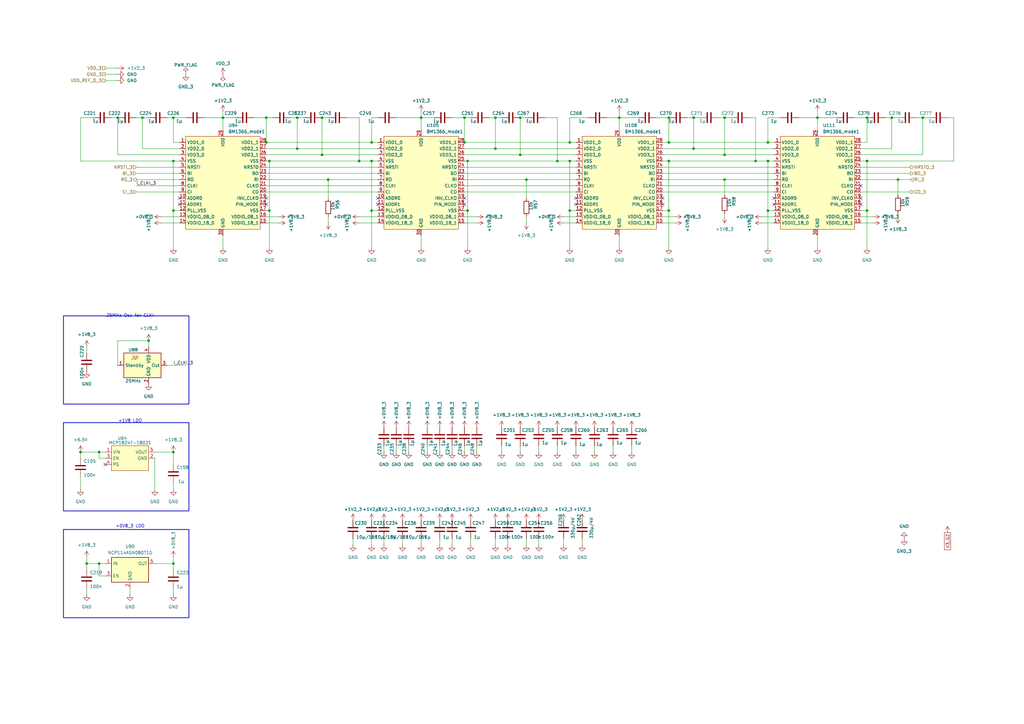
<source format=kicad_sch>
(kicad_sch (version 20231120) (generator "eeschema") (generator_version "8.0")
  (paper "A3")
  (junction (at 71.12 48.26))
  (junction (at 110.49 86.36))
  (junction (at 368.3 73.66))
  (junction (at 203.2 48.26))
  (junction (at 314.96 66.04))
  (junction (at 213.36 63.5))
  (junction (at 35.56 231.14) (diameter 0.9144))
  (junction (at 314.96 86.36))
  (junction (at 297.18 73.66))
  (junction (at 191.77 66.04))
  (junction (at 71.12 86.36))
  (junction (at 203.2 60.96))
  (junction (at 274.32 48.26))
  (junction (at 274.32 66.04))
  (junction (at 71.12 231.14) (diameter 0.9144))
  (junction (at 355.6 66.04))
  (junction (at 274.32 58.42))
  (junction (at 71.12 185.42))
  (junction (at 213.36 48.26))
  (junction (at 152.4 86.36))
  (junction (at 71.12 66.04))
  (junction (at 58.42 48.26))
  (junction (at 132.08 48.26))
  (junction (at 48.26 48.26))
  (junction (at 191.77 86.36))
  (junction (at 190.5 48.26))
  (junction (at 134.62 73.66))
  (junction (at 121.92 48.26))
  (junction (at 284.48 60.96))
  (junction (at 109.22 58.42))
  (junction (at 215.9 73.66))
  (junction (at 40.64 231.14))
  (junction (at 254 48.26))
  (junction (at 132.08 63.5))
  (junction (at 233.68 58.42))
  (junction (at 335.28 48.26))
  (junction (at 121.92 60.96))
  (junction (at 40.64 185.42))
  (junction (at 91.44 48.26))
  (junction (at 355.6 48.26))
  (junction (at 147.32 66.04))
  (junction (at 33.02 185.42) (diameter 0.9144))
  (junction (at 172.72 48.26))
  (junction (at 190.5 58.42))
  (junction (at 233.68 66.04))
  (junction (at 365.76 48.26))
  (junction (at 152.4 58.42))
  (junction (at 378.46 48.26))
  (junction (at 309.88 66.04))
  (junction (at 297.18 48.26))
  (junction (at 274.32 86.36))
  (junction (at 355.6 86.36))
  (junction (at 60.96 139.7))
  (junction (at 228.6 66.04))
  (junction (at 284.48 48.26))
  (junction (at 233.68 86.36))
  (junction (at 152.4 66.04))
  (junction (at 314.96 58.42))
  (junction (at 297.18 63.5))
  (junction (at 109.22 48.26))
  (junction (at 110.49 66.04))
  (no_connect (at 353.06 83.82))
  (no_connect (at 43.18 190.5))
  (no_connect (at 73.66 83.82))
  (no_connect (at 353.06 76.2))
  (no_connect (at 236.22 81.28))
  (no_connect (at 353.06 81.28))
  (no_connect (at 154.94 81.28))
  (no_connect (at 317.5 81.28))
  (no_connect (at 109.22 81.28))
  (no_connect (at 317.5 83.82))
  (no_connect (at 271.78 83.82))
  (no_connect (at 109.22 83.82))
  (no_connect (at 190.5 83.82))
  (no_connect (at 271.78 81.28))
  (no_connect (at 236.22 83.82))
  (no_connect (at 190.5 81.28))
  (no_connect (at 154.94 83.82))
  (no_connect (at 73.66 81.28))
  (wire (pts (xy 215.9 73.66) (xy 215.9 81.28)))
  (wire (pts (xy 185.42 48.26) (xy 190.5 48.26)))
  (wire (pts (xy 43.18 236.22) (xy 40.64 236.22)))
  (wire (pts (xy 58.42 60.96) (xy 73.66 60.96)))
  (wire (pts (xy 251.46 182.88) (xy 251.46 185.42)))
  (wire (pts (xy 281.94 48.26) (xy 284.48 48.26)))
  (wire (pts (xy 180.34 182.88) (xy 180.34 185.42)))
  (wire (pts (xy 314.96 48.26) (xy 320.04 48.26)))
  (wire (pts (xy 71.12 66.04) (xy 71.12 86.36)))
  (wire (pts (xy 55.88 78.74) (xy 73.66 78.74)))
  (wire (pts (xy 297.18 73.66) (xy 317.5 73.66)))
  (wire (pts (xy 297.18 73.66) (xy 297.18 80.01)))
  (wire (pts (xy 284.48 60.96) (xy 284.48 48.26)))
  (wire (pts (xy 228.6 66.04) (xy 233.68 66.04)))
  (wire (pts (xy 335.28 48.26) (xy 335.28 53.34)))
  (wire (pts (xy 195.58 182.88) (xy 195.58 185.42)))
  (wire (pts (xy 355.6 66.04) (xy 355.6 86.36)))
  (wire (pts (xy 33.02 66.04) (xy 33.02 48.26)))
  (wire (pts (xy 40.64 187.96) (xy 43.18 187.96)))
  (wire (pts (xy 165.1 220.98) (xy 165.1 223.52)))
  (wire (pts (xy 365.76 60.96) (xy 365.76 48.26)))
  (wire (pts (xy 368.3 87.63) (xy 368.3 88.9)))
  (wire (pts (xy 236.22 66.04) (xy 233.68 66.04)))
  (wire (pts (xy 231.14 220.98) (xy 231.14 223.52)))
  (wire (pts (xy 269.24 48.26) (xy 274.32 48.26)))
  (wire (pts (xy 68.58 48.26) (xy 71.12 48.26)))
  (wire (pts (xy 190.5 68.58) (xy 236.22 68.58)))
  (wire (pts (xy 191.77 86.36) (xy 191.77 101.6)))
  (wire (pts (xy 312.42 88.9) (xy 317.5 88.9)))
  (wire (pts (xy 236.22 182.88) (xy 236.22 185.42)))
  (wire (pts (xy 353.06 86.36) (xy 355.6 86.36)))
  (wire (pts (xy 134.62 88.9) (xy 134.62 91.44)))
  (wire (pts (xy 175.26 182.88) (xy 175.26 185.42)))
  (wire (pts (xy 375.92 48.26) (xy 378.46 48.26)))
  (wire (pts (xy 185.42 220.98) (xy 185.42 223.52)))
  (wire (pts (xy 35.56 241.3) (xy 35.56 243.84)))
  (wire (pts (xy 109.22 91.44) (xy 114.3 91.44)))
  (wire (pts (xy 71.12 58.42) (xy 73.66 58.42)))
  (wire (pts (xy 109.22 86.36) (xy 110.49 86.36)))
  (wire (pts (xy 271.78 88.9) (xy 276.86 88.9)))
  (wire (pts (xy 335.28 48.26) (xy 342.9 48.26)))
  (wire (pts (xy 55.88 76.2) (xy 73.66 76.2)))
  (wire (pts (xy 162.56 182.88) (xy 162.56 185.42)))
  (wire (pts (xy 58.42 60.96) (xy 58.42 48.26)))
  (wire (pts (xy 60.96 139.7) (xy 60.96 142.24)))
  (wire (pts (xy 91.44 96.52) (xy 91.44 101.6)))
  (wire (pts (xy 297.18 63.5) (xy 297.18 48.26)))
  (wire (pts (xy 71.12 66.04) (xy 33.02 66.04)))
  (wire (pts (xy 48.26 63.5) (xy 73.66 63.5)))
  (wire (pts (xy 228.6 182.88) (xy 228.6 185.42)))
  (wire (pts (xy 297.18 87.63) (xy 297.18 88.9)))
  (wire (pts (xy 254 96.52) (xy 254 101.6)))
  (wire (pts (xy 109.22 63.5) (xy 132.08 63.5)))
  (wire (pts (xy 40.64 231.14) (xy 40.64 236.22)))
  (wire (pts (xy 147.32 88.9) (xy 154.94 88.9)))
  (wire (pts (xy 58.42 48.26) (xy 60.96 48.26)))
  (wire (pts (xy 190.5 182.88) (xy 190.5 185.42)))
  (wire (pts (xy 378.46 48.26) (xy 381 48.26)))
  (wire (pts (xy 274.32 66.04) (xy 309.88 66.04)))
  (wire (pts (xy 134.62 73.66) (xy 154.94 73.66)))
  (wire (pts (xy 132.08 63.5) (xy 154.94 63.5)))
  (wire (pts (xy 284.48 48.26) (xy 287.02 48.26)))
  (wire (pts (xy 208.28 220.98) (xy 208.28 223.52)))
  (wire (pts (xy 132.08 48.26) (xy 134.62 48.26)))
  (wire (pts (xy 271.78 76.2) (xy 317.5 76.2)))
  (wire (pts (xy 71.12 231.14) (xy 71.12 233.68)))
  (wire (pts (xy 353.06 78.74) (xy 373.38 78.74)))
  (wire (pts (xy 309.88 66.04) (xy 309.88 48.26)))
  (wire (pts (xy 297.18 63.5) (xy 317.5 63.5)))
  (wire (pts (xy 40.64 231.14) (xy 43.18 231.14)))
  (wire (pts (xy 71.12 48.26) (xy 76.2 48.26)))
  (wire (pts (xy 233.68 86.36) (xy 233.68 101.6)))
  (wire (pts (xy 147.32 91.44) (xy 154.94 91.44)))
  (wire (pts (xy 294.64 48.26) (xy 297.18 48.26)))
  (wire (pts (xy 309.88 48.26) (xy 307.34 48.26)))
  (wire (pts (xy 238.76 220.98) (xy 238.76 223.52)))
  (wire (pts (xy 271.78 58.42) (xy 274.32 58.42)))
  (wire (pts (xy 355.6 66.04) (xy 391.16 66.04)))
  (wire (pts (xy 152.4 220.98) (xy 152.4 223.52)))
  (wire (pts (xy 55.88 48.26) (xy 58.42 48.26)))
  (wire (pts (xy 109.22 78.74) (xy 154.94 78.74)))
  (wire (pts (xy 365.76 48.26) (xy 368.3 48.26)))
  (wire (pts (xy 220.98 182.88) (xy 220.98 185.42)))
  (wire (pts (xy 152.4 66.04) (xy 152.4 86.36)))
  (wire (pts (xy 327.66 48.26) (xy 335.28 48.26)))
  (wire (pts (xy 190.5 60.96) (xy 203.2 60.96)))
  (wire (pts (xy 53.34 241.3) (xy 53.34 243.84)))
  (wire (pts (xy 314.96 48.26) (xy 314.96 58.42)))
  (wire (pts (xy 353.06 66.04) (xy 355.6 66.04)))
  (wire (pts (xy 233.68 48.26) (xy 233.68 58.42)))
  (wire (pts (xy 215.9 220.98) (xy 215.9 223.52)))
  (wire (pts (xy 190.5 58.42) (xy 190.5 48.26)))
  (wire (pts (xy 172.72 48.26) (xy 172.72 53.34)))
  (wire (pts (xy 71.12 228.6) (xy 71.12 231.14)))
  (wire (pts (xy 203.2 220.98) (xy 203.2 223.52)))
  (wire (pts (xy 172.72 48.26) (xy 177.8 48.26)))
  (wire (pts (xy 83.82 48.26) (xy 91.44 48.26)))
  (wire (pts (xy 335.28 45.72) (xy 335.28 48.26)))
  (wire (pts (xy 109.22 66.04) (xy 110.49 66.04)))
  (wire (pts (xy 312.42 91.44) (xy 317.5 91.44)))
  (wire (pts (xy 71.12 198.12) (xy 71.12 200.66)))
  (wire (pts (xy 353.06 58.42) (xy 355.6 58.42)))
  (wire (pts (xy 104.14 48.26) (xy 109.22 48.26)))
  (wire (pts (xy 297.18 48.26) (xy 299.72 48.26)))
  (wire (pts (xy 271.78 86.36) (xy 274.32 86.36)))
  (wire (pts (xy 353.06 73.66) (xy 368.3 73.66)))
  (wire (pts (xy 190.5 71.12) (xy 236.22 71.12)))
  (wire (pts (xy 109.22 71.12) (xy 154.94 71.12)))
  (wire (pts (xy 55.88 73.66) (xy 73.66 73.66)))
  (wire (pts (xy 274.32 58.42) (xy 314.96 58.42)))
  (wire (pts (xy 213.36 63.5) (xy 236.22 63.5)))
  (wire (pts (xy 353.06 88.9) (xy 358.14 88.9)))
  (wire (pts (xy 172.72 45.72) (xy 172.72 48.26)))
  (wire (pts (xy 190.5 63.5) (xy 213.36 63.5)))
  (wire (pts (xy 35.56 231.14) (xy 35.56 233.68)))
  (wire (pts (xy 40.64 187.96) (xy 40.64 185.42)))
  (wire (pts (xy 152.4 58.42) (xy 154.94 58.42)))
  (wire (pts (xy 147.32 66.04) (xy 152.4 66.04)))
  (wire (pts (xy 350.52 48.26) (xy 355.6 48.26)))
  (wire (pts (xy 55.88 71.12) (xy 73.66 71.12)))
  (wire (pts (xy 274.32 86.36) (xy 274.32 101.6)))
  (wire (pts (xy 152.4 86.36) (xy 152.4 101.6)))
  (wire (pts (xy 162.56 48.26) (xy 172.72 48.26)))
  (wire (pts (xy 228.6 48.26) (xy 228.6 66.04)))
  (wire (pts (xy 63.5 187.96) (xy 63.5 200.66)))
  (wire (pts (xy 121.92 60.96) (xy 121.92 48.26)))
  (wire (pts (xy 314.96 66.04) (xy 314.96 86.36)))
  (wire (pts (xy 353.06 91.44) (xy 358.14 91.44)))
  (wire (pts (xy 274.32 66.04) (xy 274.32 86.36)))
  (wire (pts (xy 73.66 66.04) (xy 71.12 66.04)))
  (wire (pts (xy 167.64 182.88) (xy 167.64 185.42)))
  (wire (pts (xy 200.66 48.26) (xy 203.2 48.26)))
  (wire (pts (xy 109.22 73.66) (xy 134.62 73.66)))
  (wire (pts (xy 231.14 91.44) (xy 236.22 91.44)))
  (wire (pts (xy 109.22 58.42) (xy 152.4 58.42)))
  (wire (pts (xy 274.32 58.42) (xy 274.32 48.26)))
  (wire (pts (xy 91.44 48.26) (xy 96.52 48.26)))
  (wire (pts (xy 314.96 58.42) (xy 317.5 58.42)))
  (wire (pts (xy 190.5 78.74) (xy 236.22 78.74)))
  (wire (pts (xy 134.62 73.66) (xy 134.62 81.28)))
  (wire (pts (xy 190.5 48.26) (xy 193.04 48.26)))
  (wire (pts (xy 233.68 86.36) (xy 236.22 86.36)))
  (wire (pts (xy 71.12 86.36) (xy 71.12 101.6)))
  (wire (pts (xy 284.48 60.96) (xy 317.5 60.96)))
  (wire (pts (xy 191.77 66.04) (xy 191.77 86.36)))
  (wire (pts (xy 271.78 66.04) (xy 274.32 66.04)))
  (wire (pts (xy 231.14 88.9) (xy 236.22 88.9)))
  (wire (pts (xy 228.6 48.26) (xy 223.52 48.26)))
  (wire (pts (xy 144.78 220.98) (xy 144.78 223.52)))
  (wire (pts (xy 193.04 220.98) (xy 193.04 223.52)))
  (wire (pts (xy 40.64 185.42) (xy 43.18 185.42)))
  (wire (pts (xy 109.22 88.9) (xy 114.3 88.9)))
  (wire (pts (xy 172.72 220.98) (xy 172.72 223.52)))
  (wire (pts (xy 66.04 91.44) (xy 73.66 91.44)))
  (wire (pts (xy 71.12 185.42) (xy 71.12 190.5)))
  (wire (pts (xy 35.56 228.6) (xy 35.56 231.14)))
  (wire (pts (xy 43.18 27.94) (xy 48.26 27.94)))
  (wire (pts (xy 363.22 48.26) (xy 365.76 48.26)))
  (wire (pts (xy 215.9 88.9) (xy 215.9 91.44)))
  (wire (pts (xy 147.32 66.04) (xy 147.32 48.26)))
  (wire (pts (xy 314.96 86.36) (xy 314.96 101.6)))
  (wire (pts (xy 43.18 33.02) (xy 48.26 33.02)))
  (wire (pts (xy 271.78 68.58) (xy 317.5 68.58)))
  (wire (pts (xy 317.5 66.04) (xy 314.96 66.04)))
  (wire (pts (xy 309.88 66.04) (xy 314.96 66.04)))
  (wire (pts (xy 271.78 71.12) (xy 317.5 71.12)))
  (wire (pts (xy 68.58 149.86) (xy 76.2 149.86)))
  (wire (pts (xy 355.6 86.36) (xy 355.6 101.6)))
  (wire (pts (xy 109.22 76.2) (xy 154.94 76.2)))
  (wire (pts (xy 60.96 139.7) (xy 48.26 139.7)))
  (wire (pts (xy 33.02 48.26) (xy 38.1 48.26)))
  (wire (pts (xy 35.56 231.14) (xy 40.64 231.14)))
  (wire (pts (xy 132.08 63.5) (xy 132.08 48.26)))
  (wire (pts (xy 191.77 66.04) (xy 228.6 66.04)))
  (wire (pts (xy 91.44 45.72) (xy 91.44 48.26)))
  (wire (pts (xy 190.5 76.2) (xy 236.22 76.2)))
  (wire (pts (xy 71.12 86.36) (xy 73.66 86.36)))
  (wire (pts (xy 110.49 66.04) (xy 147.32 66.04)))
  (wire (pts (xy 391.16 66.04) (xy 391.16 48.26)))
  (wire (pts (xy 190.5 88.9) (xy 195.58 88.9)))
  (wire (pts (xy 254 45.72) (xy 254 48.26)))
  (wire (pts (xy 213.36 63.5) (xy 213.36 48.26)))
  (wire (pts (xy 48.26 63.5) (xy 48.26 48.26)))
  (wire (pts (xy 243.84 182.88) (xy 243.84 185.42)))
  (wire (pts (xy 71.12 241.3) (xy 71.12 243.84)))
  (wire (pts (xy 233.68 58.42) (xy 236.22 58.42)))
  (wire (pts (xy 271.78 91.44) (xy 276.86 91.44)))
  (wire (pts (xy 378.46 63.5) (xy 378.46 48.26)))
  (wire (pts (xy 215.9 73.66) (xy 236.22 73.66)))
  (wire (pts (xy 110.49 86.36) (xy 110.49 101.6)))
  (wire (pts (xy 43.18 30.48) (xy 48.26 30.48)))
  (wire (pts (xy 368.3 73.66) (xy 368.3 80.01)))
  (wire (pts (xy 271.78 60.96) (xy 284.48 60.96)))
  (wire (pts (xy 335.28 96.52) (xy 335.28 101.6)))
  (wire (pts (xy 213.36 48.26) (xy 215.9 48.26)))
  (wire (pts (xy 368.3 73.66) (xy 373.38 73.66)))
  (wire (pts (xy 203.2 60.96) (xy 203.2 48.26)))
  (wire (pts (xy 190.5 58.42) (xy 233.68 58.42)))
  (wire (pts (xy 66.04 88.9) (xy 73.66 88.9)))
  (wire (pts (xy 63.5 185.42) (xy 71.12 185.42)))
  (wire (pts (xy 71.12 48.26) (xy 71.12 58.42)))
  (wire (pts (xy 119.38 48.26) (xy 121.92 48.26)))
  (wire (pts (xy 190.5 91.44) (xy 195.58 91.44)))
  (wire (pts (xy 353.06 63.5) (xy 378.46 63.5)))
  (wire (pts (xy 172.72 96.52) (xy 172.72 101.6)))
  (wire (pts (xy 109.22 48.26) (xy 111.76 48.26)))
  (wire (pts (xy 203.2 60.96) (xy 236.22 60.96)))
  (wire (pts (xy 180.34 220.98) (xy 180.34 223.52)))
  (wire (pts (xy 203.2 48.26) (xy 205.74 48.26)))
  (wire (pts (xy 121.92 60.96) (xy 154.94 60.96)))
  (wire (pts (xy 152.4 86.36) (xy 154.94 86.36)))
  (wire (pts (xy 33.02 195.58) (xy 33.02 200.66)))
  (wire (pts (xy 233.68 48.26) (xy 241.3 48.26)))
  (wire (pts (xy 353.06 71.12) (xy 373.38 71.12)))
  (wire (pts (xy 45.72 48.26) (xy 48.26 48.26)))
  (wire (pts (xy 254 48.26) (xy 254 53.34)))
  (wire (pts (xy 259.08 182.88) (xy 259.08 185.42)))
  (wire (pts (xy 48.26 139.7) (xy 48.26 149.86)))
  (wire (pts (xy 314.96 86.36) (xy 317.5 86.36)))
  (wire (pts (xy 55.88 68.58) (xy 73.66 68.58)))
  (wire (pts (xy 147.32 48.26) (xy 142.24 48.26)))
  (wire (pts (xy 63.5 231.14) (xy 71.12 231.14)))
  (wire (pts (xy 33.02 185.42) (xy 33.02 187.96)))
  (wire (pts (xy 109.22 58.42) (xy 109.22 48.26)))
  (wire (pts (xy 248.92 48.26) (xy 254 48.26)))
  (wire (pts (xy 157.48 182.88) (xy 157.48 185.42)))
  (wire (pts (xy 91.44 48.26) (xy 91.44 53.34)))
  (wire (pts (xy 35.56 142.24) (xy 35.56 144.78)))
  (wire (pts (xy 353.06 60.96) (xy 365.76 60.96)))
  (wire (pts (xy 205.74 182.88) (xy 205.74 185.42)))
  (wire (pts (xy 190.5 86.36) (xy 191.77 86.36)))
  (wire (pts (xy 33.02 185.42) (xy 40.64 185.42)))
  (wire (pts (xy 271.78 63.5) (xy 297.18 63.5)))
  (wire (pts (xy 271.78 73.66) (xy 297.18 73.66)))
  (wire (pts (xy 109.22 60.96) (xy 121.92 60.96)))
  (wire (pts (xy 233.68 66.04) (xy 233.68 86.36)))
  (wire (pts (xy 185.42 182.88) (xy 185.42 185.42)))
  (wire (pts (xy 353.06 68.58) (xy 373.38 68.58)))
  (wire (pts (xy 110.49 66.04) (xy 110.49 86.36)))
  (wire (pts (xy 152.4 48.26) (xy 152.4 58.42)))
  (wire (pts (xy 154.94 48.26) (xy 152.4 48.26)))
  (wire (pts (xy 355.6 58.42) (xy 355.6 48.26)))
  (wire (pts (xy 213.36 182.88) (xy 213.36 185.42)))
  (wire (pts (xy 220.98 220.98) (xy 220.98 223.52)))
  (wire (pts (xy 109.22 68.58) (xy 154.94 68.58)))
  (wire (pts (xy 271.78 78.74) (xy 317.5 78.74)))
  (wire (pts (xy 121.92 48.26) (xy 124.46 48.26)))
  (wire (pts (xy 391.16 48.26) (xy 388.62 48.26)))
  (wire (pts (xy 190.5 66.04) (xy 191.77 66.04)))
  (wire (pts (xy 254 48.26) (xy 261.62 48.26)))
  (wire (pts (xy 157.48 220.98) (xy 157.48 223.52)))
  (wire (pts (xy 190.5 73.66) (xy 215.9 73.66)))
  (wire (pts (xy 154.94 66.04) (xy 152.4 66.04)))
  (rectangle (start 26.035 217.17) (end 77.47 253.365) (stroke (width 0.3)))
  (rectangle (start 26.035 129.54) (end 77.47 165.735) (stroke (width 0.3)))
  (rectangle (start 26.035 173.355) (end 77.47 209.55) (stroke (width 0.3)))
  (text "+0V8_3 LDO" (at 53.34 215.9 0) (effects (font (size 1.27 1.27))))
  (text "+1V8 LDO" (at 53.34 172.72 0) (effects (font (size 1.27 1.27))))
  (text "25MHz Osc for CLKI" (at 53.34 129.54 0) (effects (font (size 1.27 1.27))))
  (label "I_CLKI_3" (at 55.88 76.2 0))
  (label "I_CLKI_3" (at 71.12 149.86 0))
  (global_label "V3_G2" (shape passive) (at 388.62 218.44 270) (property "Intersheetrefs" "${INTERSHEET_REFS}" (effects (hide yes))))
  (hierarchical_label "VDD_REF_O_3" (shape passive) (at 43.18 33.02 180))
  (hierarchical_label "NRSTI_3" (shape input) (at 55.88 68.58 180))
  (hierarchical_label "VDD_3" (shape passive) (at 43.18 27.94 180))
  (hierarchical_label "BI_3" (shape input) (at 55.88 71.12 180))
  (hierarchical_label "BO_3" (shape output) (at 373.38 71.12 0))
  (hierarchical_label "CO_3" (shape output) (at 373.38 78.74 0))
  (hierarchical_label "RI_3" (shape input) (at 373.38 73.66 0))
  (hierarchical_label "GND_3" (shape passive) (at 43.18 30.48 180))
  (hierarchical_label "RO_3" (shape output) (at 55.88 73.66 180))
  (hierarchical_label "NRSTO_3" (shape output) (at 373.38 68.58 0))
  (hierarchical_label "CI_3" (shape input) (at 55.88 78.74 180))
  (symbol (lib_id "power:GND") (at 180.34 185.42 0) (mirror y) (unit 1)
    (property "Reference" "#PWR0538" (effects (hide yes)))
    (property "Value" "GND" (at 180.34 190.5 0))
    (property "Description" "Power symbol creates a global label with name \"GND\" , ground" (effects (hide yes)))
  )
  (symbol (lib_id "power:GND") (at 220.98 185.42 0) (mirror y) (unit 1)
    (property "Reference" "#PWR0567" (effects (hide yes)))
    (property "Value" "GND" (at 220.98 190.5 0))
    (property "Description" "Power symbol creates a global label with name \"GND\" , ground" (effects (hide yes)))
  )
  (symbol (lib_id "power:GND") (at 274.32 101.6 0) (mirror y) (unit 1)
    (property "Reference" "#PWR0595" (effects (hide yes)))
    (property "Value" "GND" (at 274.32 106.68 0))
    (property "Description" "Power symbol creates a global label with name \"GND\" , ground" (effects (hide yes)))
  )
  (symbol (lib_id "Device:C") (at 231.14 217.17 0) (unit 1)
    (property "Reference" "C259" (at 229.87 215.9 90) (effects (justify left)))
    (property "Value" "330µ/4V" (at 234.95 220.98 90) (effects (justify left)))
    (property "Footprint" "Capacitor_SMD:C_1210_3225Metric" (effects (hide yes)))
    (property "Distributor" "D" (effects (hide yes)))
    (property "Manufacturer" "GRM32ER60G337ME05K" (effects (hide yes)))
    (property "OrderNr" "490-GRM32ER60G337ME05KCT-ND" (effects (hide yes)))
  )
  (symbol (lib_id "power:GND") (at 165.1 223.52 0) (unit 1)
    (property "Reference" "#PWR0532" (effects (hide yes)))
    (property "Value" "GND" (at 165.1 228.6 0))
    (property "Description" "Power symbol creates a global label with name \"GND\" , ground" (effects (hide yes)))
  )
  (symbol (lib_id "Device:C") (at 208.28 217.17 0) (unit 1)
    (property "Reference" "C252" (at 208.915 215.265 0) (effects (justify left bottom)))
    (property "Value" "100n" (at 209.55 220.98 0) (effects (justify left bottom)))
    (property "Footprint" "Capacitor_SMD:C_0805_2012Metric" (effects (hide yes)))
  )
  (symbol (lib_id "power:GND") (at 162.56 185.42 0) (mirror y) (unit 1)
    (property "Reference" "#PWR0530" (effects (hide yes)))
    (property "Value" "GND" (at 162.56 190.5 0))
    (property "Description" "Power symbol creates a global label with name \"GND\" , ground" (effects (hide yes)))
  )
  (symbol (lib_id "power:GND") (at 48.26 30.48 90) (mirror x) (unit 1)
    (property "Reference" "#PWR0197" (effects (hide yes)))
    (property "Value" "GND" (at 52.07 30.4799 90) (effects (justify right)))
    (property "Description" "Power symbol creates a global label with name \"GND\" , ground" (effects (hide yes)))
  )
  (symbol (lib_id "Device:C") (at 219.71 48.26 90) (unit 1)
    (property "Reference" "C267" (at 217.17 45.72 90) (effects (justify left bottom)))
    (property "Value" "1µ" (at 218.44 48.895 90) (effects (justify left bottom)))
    (property "Footprint" "Capacitor_SMD:C_0805_2012Metric" (effects (hide yes)))
  )
  (symbol (lib_id "Device:C") (at 167.64 179.07 180) (unit 1)
    (property "Reference" "C238" (at 165.1 181.61 90) (effects (justify left bottom)))
    (property "Value" "1µ" (at 168.275 180.34 90) (effects (justify left bottom)))
    (property "Footprint" "Capacitor_SMD:C_0805_2012Metric" (effects (hide yes)))
  )
  (symbol (lib_id "Device:C") (at 180.34 217.17 0) (unit 1)
    (property "Reference" "C242" (at 180.975 215.265 0) (effects (justify left bottom)))
    (property "Value" "1µ" (at 181.61 220.98 0) (effects (justify left bottom)))
    (property "Footprint" "Capacitor_SMD:C_0805_2012Metric" (effects (hide yes)))
  )
  (symbol (lib_id "power:GND") (at 251.46 185.42 0) (mirror y) (unit 1)
    (property "Reference" "#PWR0583" (effects (hide yes)))
    (property "Value" "GND" (at 251.46 190.5 0))
    (property "Description" "Power symbol creates a global label with name \"GND\" , ground" (effects (hide yes)))
  )
  (symbol (lib_id "Device:C") (at 52.07 48.26 90) (unit 1)
    (property "Reference" "C222" (at 49.53 45.72 90) (effects (justify left bottom)))
    (property "Value" "1µ" (at 50.8 48.895 90) (effects (justify left bottom)))
    (property "Footprint" "Capacitor_SMD:C_0805_2012Metric" (effects (hide yes)))
  )
  (symbol (lib_id "Device:C") (at 259.08 179.07 0) (unit 1)
    (property "Reference" "C266" (at 260.35 177.165 0) (effects (justify left bottom)))
    (property "Value" "1µ" (at 260.35 182.245 0) (effects (justify left bottom)))
    (property "Footprint" "Capacitor_SMD:C_0805_2012Metric" (effects (hide yes)))
  )
  (symbol (lib_id "Device:C") (at 41.91 48.26 90) (unit 1)
    (property "Reference" "C221" (at 39.37 45.72 90) (effects (justify left bottom)))
    (property "Value" "1µ" (at 40.64 48.895 90) (effects (justify left bottom)))
    (property "Footprint" "Capacitor_SMD:C_0805_2012Metric" (effects (hide yes)))
  )
  (symbol (lib_id "mylib7:+0V8_3") (at 157.48 175.26 0) (unit 1) (in_bom no) (on_board no)
    (property "Reference" "U96" (effects (hide yes)))
    (property "Value" "+0V8_3" (at 157.48 172.085 90) (effects (justify left)))
    (property "Distributor" "-" (effects (hide yes)))
  )
  (symbol (lib_id "mylib7:+1V2_3") (at 208.28 213.36 0) (unit 1)
    (property "Reference" "#PWR0558" (effects (hide yes)))
    (property "Value" "+1V2_3" (at 208.28 208.915 0))
  )
  (symbol (lib_id "mylib7:+0V8_3") (at 276.86 88.9 270) (unit 1) (in_bom no) (on_board no)
    (property "Reference" "U109" (effects (hide yes)))
    (property "Value" "+0V8_3" (at 280.035 88.9 90) (effects (justify left)))
    (property "Distributor" "-" (effects (hide yes)))
  )
  (symbol (lib_id "mylib7:+1V2_3") (at 215.9 213.36 0) (unit 1)
    (property "Reference" "#PWR0564" (effects (hide yes)))
    (property "Value" "+1V2_3" (at 215.9 208.915 0))
  )
  (symbol (lib_id "mylib7:+0V8_3") (at 180.34 175.26 0) (unit 1) (in_bom no) (on_board no)
    (property "Reference" "U100" (effects (hide yes)))
    (property "Value" "+0V8_3" (at 180.34 172.085 90) (effects (justify left)))
    (property "Distributor" "-" (effects (hide yes)))
  )
  (symbol (lib_id "power:GND") (at 195.58 185.42 0) (mirror y) (unit 1)
    (property "Reference" "#PWR0551" (effects (hide yes)))
    (property "Value" "GND" (at 195.58 190.5 0))
    (property "Description" "Power symbol creates a global label with name \"GND\" , ground" (effects (hide yes)))
  )
  (symbol (lib_id "mylib7:+0V8_3") (at 162.56 175.26 0) (unit 1) (in_bom no) (on_board no)
    (property "Reference" "U97" (effects (hide yes)))
    (property "Value" "+0V8_3" (at 162.56 172.085 90) (effects (justify left)))
    (property "Distributor" "-" (effects (hide yes)))
  )
  (symbol (lib_id "mylib7:BM1366_mode1") (at 335.28 76.2 0) (unit 1)
    (property "Reference" "U111" (at 337.4741 51.435 0) (effects (justify left)))
    (property "Value" "BM1366_mode1" (at 337.4741 53.975 0) (effects (justify left)))
    (property "Footprint" "bitvein:BM1366" (effects (hide yes)))
    (property "Distributor" "X" (effects (hide yes)))
  )
  (symbol (lib_id "Device:C") (at 144.78 217.17 0) (unit 1)
    (property "Reference" "C230" (at 145.415 215.265 0) (effects (justify left bottom)))
    (property "Value" "10µ/16V" (at 146.05 220.98 0) (effects (justify left bottom)))
    (property "Footprint" "Capacitor_SMD:C_0805_2012Metric" (effects (hide yes)))
  )
  (symbol (lib_id "power:GND") (at 203.2 223.52 0) (unit 1)
    (property "Reference" "#PWR0553" (effects (hide yes)))
    (property "Value" "GND" (at 203.2 228.6 0))
    (property "Description" "Power symbol creates a global label with name \"GND\" , ground" (effects (hide yes)))
  )
  (symbol (lib_id "power:GND") (at 60.96 157.48 0) (unit 1)
    (property "Reference" "#PWR0495" (effects (hide yes)))
    (property "Value" "GND" (at 60.96 162.56 0))
    (property "Description" "Power symbol creates a global label with name \"GND\" , ground" (effects (hide yes)))
  )
  (symbol (lib_id "mylib7:+1V2_3") (at 231.14 213.36 0) (unit 1)
    (property "Reference" "#PWR0572" (effects (hide yes)))
    (property "Value" "+1V2_3" (at 231.14 208.915 0))
  )
  (symbol (lib_id "mylib7:+1V2_3") (at 172.72 45.72 0) (unit 1)
    (property "Reference" "#PWR0560" (effects (hide yes)))
    (property "Value" "+1V2_3" (at 172.72 41.275 0))
  )
  (symbol (lib_id "Device:C") (at 71.12 194.31 0) (unit 1)
    (property "Reference" "C158" (at 72.39 192.405 0) (effects (justify left bottom)))
    (property "Value" "1µ" (at 73.025 198.12 0) (effects (justify left bottom)))
    (property "Footprint" "Capacitor_SMD:C_0805_2012Metric" (effects (hide yes)))
  )
  (symbol (lib_id "mylib7:+6.5V") (at 33.02 185.42 0) (unit 1)
    (property "Reference" "#PWR0272" (effects (hide yes)))
    (property "Value" "+6.5V" (at 33.02 180.34 0))
  )
  (symbol (lib_id "power:GND") (at 213.36 185.42 0) (mirror y) (unit 1)
    (property "Reference" "#PWR0563" (effects (hide yes)))
    (property "Value" "GND" (at 213.36 190.5 0))
    (property "Description" "Power symbol creates a global label with name \"GND\" , ground" (effects (hide yes)))
  )
  (symbol (lib_id "Device:C") (at 384.81 48.26 90) (unit 1)
    (property "Reference" "C277" (at 382.27 45.72 90) (effects (justify left bottom)))
    (property "Value" "1µ" (at 383.54 48.895 90) (effects (justify left bottom)))
    (property "Footprint" "Capacitor_SMD:C_0805_2012Metric" (effects (hide yes)))
  )
  (symbol (lib_id "Device:C") (at 228.6 179.07 0) (unit 1)
    (property "Reference" "C258" (at 229.87 177.165 0) (effects (justify left bottom)))
    (property "Value" "1µ" (at 229.87 182.245 0) (effects (justify left bottom)))
    (property "Footprint" "Capacitor_SMD:C_0805_2012Metric" (effects (hide yes)))
  )
  (symbol (lib_id "mylib7:+1V8_3") (at 213.36 175.26 0) (unit 1)
    (property "Reference" "#PWR0562" (effects (hide yes)))
    (property "Value" "+1V8_3" (at 213.36 170.18 0))
  )
  (symbol (lib_id "power:GND") (at 71.12 243.84 0) (mirror y) (unit 1)
    (property "Reference" "#PWR0507" (effects (hide yes)))
    (property "Value" "GND" (at 71.12 248.92 0))
    (property "Description" "Power symbol creates a global label with name \"GND\" , ground" (effects (hide yes)))
  )
  (symbol (lib_id "mylib7:+1V2_3") (at 91.44 45.72 0) (unit 1)
    (property "Reference" "#PWR0517" (effects (hide yes)))
    (property "Value" "+1V2_3" (at 91.44 41.275 0))
  )
  (symbol (lib_id "mylib7:+1V8_3") (at 228.6 175.26 0) (unit 1)
    (property "Reference" "#PWR0570" (effects (hide yes)))
    (property "Value" "+1V8_3" (at 228.6 170.18 0))
  )
  (symbol (lib_id "mylib7:NCP114-SN") (at 53.34 233.68 0) (unit 1)
    (property "Reference" "U90" (at 53.34 224.155 0))
    (property "Value" "NCP114ASN080T1G" (at 53.34 226.695 0))
    (property "Footprint" "Package_TO_SOT_SMD:SOT-23-5" (effects (hide yes)))
    (property "Distributor" "D" (effects (hide yes)))
    (property "Manufacturer" "NCP114ASN080T1G" (effects (hide yes)))
    (property "OrderNr" "488-NCP114ASN080T1GCT-ND" (effects (hide yes)))
  )
  (symbol (lib_id "Device:C") (at 152.4 217.17 0) (unit 1)
    (property "Reference" "C231" (at 153.035 215.265 0) (effects (justify left bottom)))
    (property "Value" "10µ/16V" (at 153.67 220.98 0) (effects (justify left bottom)))
    (property "Footprint" "Capacitor_SMD:C_0805_2012Metric" (effects (hide yes)))
  )
  (symbol (lib_id "power:GND") (at 180.34 223.52 0) (unit 1)
    (property "Reference" "#PWR0540" (effects (hide yes)))
    (property "Value" "GND" (at 180.34 228.6 0))
    (property "Description" "Power symbol creates a global label with name \"GND\" , ground" (effects (hide yes)))
  )
  (symbol (lib_id "mylib7:+1V2_3") (at 157.48 213.36 0) (unit 1)
    (property "Reference" "#PWR0528" (effects (hide yes)))
    (property "Value" "+1V2_3" (at 157.48 208.915 0))
  )
  (symbol (lib_id "mylib7:+1V8_3") (at 312.42 91.44 90) (unit 1)
    (property "Reference" "#PWR0599" (effects (hide yes)))
    (property "Value" "+1V8_3" (at 307.34 91.44 0))
  )
  (symbol (lib_id "power:GND") (at 172.72 223.52 0) (unit 1)
    (property "Reference" "#PWR0535" (effects (hide yes)))
    (property "Value" "GND" (at 172.72 228.6 0))
    (property "Description" "Power symbol creates a global label with name \"GND\" , ground" (effects (hide yes)))
  )
  (symbol (lib_id "power:GND") (at 236.22 185.42 0) (mirror y) (unit 1)
    (property "Reference" "#PWR0577" (effects (hide yes)))
    (property "Value" "GND" (at 236.22 190.5 0))
    (property "Description" "Power symbol creates a global label with name \"GND\" , ground" (effects (hide yes)))
  )
  (symbol (lib_id "mylib7:+1V8_3") (at 71.12 185.42 0) (unit 1)
    (property "Reference" "#PWR0386" (effects (hide yes)))
    (property "Value" "+1V8_3" (at 71.12 180.34 0))
  )
  (symbol (lib_id "power:GND") (at 314.96 101.6 0) (mirror y) (unit 1)
    (property "Reference" "#PWR0600" (effects (hide yes)))
    (property "Value" "GND" (at 314.96 106.68 0))
    (property "Description" "Power symbol creates a global label with name \"GND\" , ground" (effects (hide yes)))
  )
  (symbol (lib_id "Device:C") (at 243.84 179.07 0) (unit 1)
    (property "Reference" "C263" (at 244.475 177.165 0) (effects (justify left bottom)))
    (property "Value" "1µ" (at 244.475 182.88 0) (effects (justify left bottom)))
    (property "Footprint" "Capacitor_SMD:C_0805_2012Metric" (effects (hide yes)))
  )
  (symbol (lib_id "Device:C") (at 215.9 217.17 0) (unit 1)
    (property "Reference" "C254" (at 216.535 215.265 0) (effects (justify left bottom)))
    (property "Value" "100n" (at 217.17 220.98 0) (effects (justify left bottom)))
    (property "Footprint" "Capacitor_SMD:C_0805_2012Metric" (effects (hide yes)))
  )
  (symbol (lib_id "Device:C") (at 323.85 48.26 90) (unit 1)
    (property "Reference" "C273" (at 317.5 45.72 90) (effects (justify left bottom)))
    (property "Value" "1µ" (at 318.77 48.895 90) (effects (justify left bottom)))
    (property "Footprint" "Capacitor_SMD:C_0805_2012Metric" (effects (hide yes)))
  )
  (symbol (lib_id "power:GND") (at 243.84 185.42 0) (mirror y) (unit 1)
    (property "Reference" "#PWR0581" (effects (hide yes)))
    (property "Value" "GND" (at 243.84 190.5 0))
    (property "Description" "Power symbol creates a global label with name \"GND\" , ground" (effects (hide yes)))
  )
  (symbol (lib_id "mylib7:+0V8_3") (at 195.58 88.9 270) (unit 1) (in_bom no) (on_board no)
    (property "Reference" "U106" (effects (hide yes)))
    (property "Value" "+0V8_3" (at 198.755 88.9 90) (effects (justify left)))
    (property "Distributor" "-" (effects (hide yes)))
  )
  (symbol (lib_id "mylib7:+1V8_3") (at 358.14 91.44 270) (unit 1)
    (property "Reference" "#PWR0604" (effects (hide yes)))
    (property "Value" "+1V8_3" (at 363.22 91.44 0))
  )
  (symbol (lib_id "power:GND") (at 71.12 200.66 0) (unit 1)
    (property "Reference" "#PWR0273" (effects (hide yes)))
    (property "Value" "GND" (at 71.12 205.74 0))
    (property "Description" "Power symbol creates a global label with name \"GND\" , ground" (effects (hide yes)))
  )
  (symbol (lib_id "power:GND") (at 185.42 185.42 0) (mirror y) (unit 1)
    (property "Reference" "#PWR0541" (effects (hide yes)))
    (property "Value" "GND" (at 185.42 190.5 0))
    (property "Description" "Power symbol creates a global label with name \"GND\" , ground" (effects (hide yes)))
  )
  (symbol (lib_id "mylib7:+0V8_3") (at 312.42 88.9 90) (unit 1) (in_bom no) (on_board no)
    (property "Reference" "U110" (effects (hide yes)))
    (property "Value" "+0V8_3" (at 309.245 88.9 90) (effects (justify left)))
    (property "Distributor" "-" (effects (hide yes)))
  )
  (symbol (lib_id "mylib7:+0V8_3") (at 358.14 88.9 270) (unit 1) (in_bom no) (on_board no)
    (property "Reference" "U112" (effects (hide yes)))
    (property "Value" "+0V8_3" (at 361.315 88.9 90) (effects (justify left)))
    (property "Distributor" "-" (effects (hide yes)))
  )
  (symbol (lib_id "mylib7:+0V8_3") (at 71.12 228.6 0) (unit 1) (in_bom no) (on_board no)
    (property "Reference" "U92" (effects (hide yes)))
    (property "Value" "+0V8_3" (at 71.12 225.425 90) (effects (justify left)))
    (property "Distributor" "-" (effects (hide yes)))
  )
  (symbol (lib_id "mylib7:+1V8_3") (at 243.84 175.26 0) (unit 1)
    (property "Reference" "#PWR0580" (effects (hide yes)))
    (property "Value" "+1V8_3" (at 243.84 170.18 0))
  )
  (symbol (lib_id "Device:C") (at 195.58 179.07 180) (unit 1)
    (property "Reference" "C248" (at 193.04 181.61 90) (effects (justify left bottom)))
    (property "Value" "1µ" (at 196.215 180.34 90) (effects (justify left bottom)))
    (property "Footprint" "Capacitor_SMD:C_0805_2012Metric" (effects (hide yes)))
  )
  (symbol (lib_id "mylib7:+1V8_3") (at 205.74 175.26 0) (unit 1)
    (property "Reference" "#PWR0554" (effects (hide yes)))
    (property "Value" "+1V8_3" (at 205.74 170.18 0))
  )
  (symbol (lib_id "Device:C") (at 185.42 217.17 0) (unit 1)
    (property "Reference" "C245" (at 186.055 215.265 0) (effects (justify left bottom)))
    (property "Value" "1µ" (at 186.69 220.98 0) (effects (justify left bottom)))
    (property "Footprint" "Capacitor_SMD:C_0805_2012Metric" (effects (hide yes)))
  )
  (symbol (lib_id "mylib7:+1V8_3") (at 35.56 142.24 0) (unit 1)
    (property "Reference" "#PWR0500" (effects (hide yes)))
    (property "Value" "+1V8_3" (at 35.56 137.16 0))
  )
  (symbol (lib_id "power:GND") (at 193.04 223.52 0) (unit 1)
    (property "Reference" "#PWR0549" (effects (hide yes)))
    (property "Value" "GND" (at 193.04 228.6 0))
    (property "Description" "Power symbol creates a global label with name \"GND\" , ground" (effects (hide yes)))
  )
  (symbol (lib_id "mylib7:+1V8_3") (at 215.9 91.44 180) (unit 1)
    (property "Reference" "#PWR0584" (effects (hide yes)))
    (property "Value" "+1V8_3" (at 215.9 96.52 0))
  )
  (symbol (lib_id "power:PWR_FLAG") (at 91.44 30.48 180) (unit 1)
    (property "Reference" "#FLG025" (effects (hide yes)))
    (property "Value" "PWR_FLAG" (at 91.44 34.925 0))
  )
  (symbol (lib_id "mylib7:GND_3") (at 370.84 220.98 0) (unit 1)
    (property "Reference" "#PWR040" (effects (hide yes)))
    (property "Value" "GND_3" (at 370.84 226.06 0))
    (property "Description" "Power symbol creates a global label with name \"GND\" , ground" (effects (hide yes)))
  )
  (symbol (lib_id "power:GND") (at 259.08 185.42 0) (mirror y) (unit 1)
    (property "Reference" "#PWR0586" (effects (hide yes)))
    (property "Value" "GND" (at 259.08 190.5 0))
    (property "Description" "Power symbol creates a global label with name \"GND\" , ground" (effects (hide yes)))
  )
  (symbol (lib_id "mylib7:+1V2_3") (at 193.04 213.36 0) (unit 1)
    (property "Reference" "#PWR0548" (effects (hide yes)))
    (property "Value" "+1V2_3" (at 193.04 208.915 0))
  )
  (symbol (lib_id "power:GND") (at 370.84 220.98 180) (unit 1)
    (property "Reference" "#PWR044" (effects (hide yes)))
    (property "Value" "GND" (at 370.84 215.9 0))
    (property "Description" "Power symbol creates a global label with name \"GND\" , ground" (effects (hide yes)))
  )
  (symbol (lib_id "power:GND") (at 231.14 223.52 0) (mirror y) (unit 1)
    (property "Reference" "#PWR0573" (effects (hide yes)))
    (property "Value" "GND" (at 231.14 228.6 0))
    (property "Description" "Power symbol creates a global label with name \"GND\" , ground" (effects (hide yes)))
  )
  (symbol (lib_id "power:GND") (at 33.02 200.66 0) (unit 1)
    (property "Reference" "#PWR0379" (effects (hide yes)))
    (property "Value" "GND" (at 33.02 205.74 0))
    (property "Description" "Power symbol creates a global label with name \"GND\" , ground" (effects (hide yes)))
  )
  (symbol (lib_id "Device:C") (at 157.48 217.17 0) (unit 1)
    (property "Reference" "C234" (at 158.115 215.265 0) (effects (justify left bottom)))
    (property "Value" "10µ/16V" (at 158.75 220.98 0) (effects (justify left bottom)))
    (property "Footprint" "Capacitor_SMD:C_0805_2012Metric" (effects (hide yes)))
  )
  (symbol (lib_id "mylib7:+1V8_3") (at 35.56 228.6 0) (unit 1)
    (property "Reference" "#PWR0498" (effects (hide yes)))
    (property "Value" "+1V8_3" (at 35.56 223.52 0))
  )
  (symbol (lib_id "Oscillator:ASDMB-xxxMHz") (at 58.42 149.86 0) (unit 1)
    (property "Reference" "U88" (at 54.61 143.51 0))
    (property "Value" "25MHz" (at 54.61 156.21 0))
    (property "Footprint" "Oscillator:Oscillator_SMD_EuroQuartz_XO32-4Pin_3.2x2.5mm" (effects (hide yes)))
    (property "Datasheet" "https://abracon.com/Oscillators/ASDMB.pdf" (effects (hide yes)))
  )
  (symbol (lib_id "power:GND") (at 35.56 152.4 0) (unit 1)
    (property "Reference" "#PWR0501" (effects (hide yes)))
    (property "Value" "GND" (at 35.56 157.48 0))
    (property "Description" "Power symbol creates a global label with name \"GND\" , ground" (effects (hide yes)))
  )
  (symbol (lib_id "power:GND") (at 71.12 101.6 0) (mirror y) (unit 1)
    (property "Reference" "#PWR0513" (effects (hide yes)))
    (property "Value" "GND" (at 71.12 106.68 0))
    (property "Description" "Power symbol creates a global label with name \"GND\" , ground" (effects (hide yes)))
  )
  (symbol (lib_id "mylib7:+1V8_3") (at 236.22 175.26 0) (unit 1)
    (property "Reference" "#PWR0576" (effects (hide yes)))
    (property "Value" "+1V8_3" (at 236.22 170.18 0))
  )
  (symbol (lib_id "Device:C") (at 251.46 179.07 0) (unit 1)
    (property "Reference" "C265" (at 252.73 177.165 0) (effects (justify left bottom)))
    (property "Value" "1µ" (at 252.73 182.245 0) (effects (justify left bottom)))
    (property "Footprint" "Capacitor_SMD:C_0805_2012Metric" (effects (hide yes)))
  )
  (symbol (lib_id "Device:C") (at 220.98 179.07 0) (unit 1)
    (property "Reference" "C255" (at 222.25 177.165 0) (effects (justify left bottom)))
    (property "Value" "1µ" (at 222.25 182.245 0) (effects (justify left bottom)))
    (property "Footprint" "Capacitor_SMD:C_0805_2012Metric" (effects (hide yes)))
  )
  (symbol (lib_id "mylib7:+0V8_3") (at 147.32 88.9 90) (unit 1) (in_bom no) (on_board no)
    (property "Reference" "U102" (effects (hide yes)))
    (property "Value" "+0V8_3" (at 144.145 88.9 90) (effects (justify left)))
    (property "Distributor" "-" (effects (hide yes)))
  )
  (symbol (lib_id "Device:C") (at 158.75 48.26 90) (unit 1)
    (property "Reference" "C249" (at 152.4 45.72 90) (effects (justify left bottom)))
    (property "Value" "1µ" (at 153.67 48.895 90) (effects (justify left bottom)))
    (property "Footprint" "Capacitor_SMD:C_0805_2012Metric" (effects (hide yes)))
  )
  (symbol (lib_id "mylib7:+0V8_3") (at 231.14 88.9 90) (unit 1) (in_bom no) (on_board no)
    (property "Reference" "U107" (effects (hide yes)))
    (property "Value" "+0V8_3" (at 227.965 88.9 90) (effects (justify left)))
    (property "Distributor" "-" (effects (hide yes)))
  )
  (symbol (lib_id "Device:C") (at 175.26 179.07 180) (unit 1)
    (property "Reference" "C240" (at 172.72 181.61 90) (effects (justify left bottom)))
    (property "Value" "1µ" (at 175.895 180.34 90) (effects (justify left bottom)))
    (property "Footprint" "Capacitor_SMD:C_0805_2012Metric" (effects (hide yes)))
  )
  (symbol (lib_id "mylib7:+1V2_3") (at 203.2 213.36 0) (unit 1)
    (property "Reference" "#PWR0552" (effects (hide yes)))
    (property "Value" "+1V2_3" (at 203.2 208.915 0))
  )
  (symbol (lib_id "power:GND") (at 185.42 223.52 0) (unit 1)
    (property "Reference" "#PWR0543" (effects (hide yes)))
    (property "Value" "GND" (at 185.42 228.6 0))
    (property "Description" "Power symbol creates a global label with name \"GND\" , ground" (effects (hide yes)))
  )
  (symbol (lib_id "power:GND") (at 228.6 185.42 0) (mirror y) (unit 1)
    (property "Reference" "#PWR0571" (effects (hide yes)))
    (property "Value" "GND" (at 228.6 190.5 0))
    (property "Description" "Power symbol creates a global label with name \"GND\" , ground" (effects (hide yes)))
  )
  (symbol (lib_id "Device:C") (at 157.48 179.07 180) (unit 1)
    (property "Reference" "C233" (at 154.94 181.61 90) (effects (justify left bottom)))
    (property "Value" "1µ" (at 158.115 180.34 90) (effects (justify left bottom)))
    (property "Footprint" "Capacitor_SMD:C_0805_2012Metric" (effects (hide yes)))
  )
  (symbol (lib_id "Device:C") (at 138.43 48.26 90) (unit 1)
    (property "Reference" "C243" (at 135.89 45.72 90) (effects (justify left bottom)))
    (property "Value" "1µ" (at 137.16 48.895 90) (effects (justify left bottom)))
    (property "Footprint" "Capacitor_SMD:C_0805_2012Metric" (effects (hide yes)))
  )
  (symbol (lib_id "mylib7:+1V2_3") (at 152.4 213.36 0) (unit 1)
    (property "Reference" "#PWR0524" (effects (hide yes)))
    (property "Value" "+1V2_3" (at 152.4 208.915 0))
  )
  (symbol (lib_id "Device:C") (at 181.61 48.26 90) (unit 1)
    (property "Reference" "C257" (at 178.435 45.72 90) (effects (justify left bottom)))
    (property "Value" "1µ" (at 180.34 48.895 90) (effects (justify left bottom)))
    (property "Footprint" "Capacitor_SMD:C_0805_2012Metric" (effects (hide yes)))
  )
  (symbol (lib_id "power:GND") (at 175.26 185.42 0) (mirror y) (unit 1)
    (property "Reference" "#PWR0536" (effects (hide yes)))
    (property "Value" "GND" (at 175.26 190.5 0))
    (property "Description" "Power symbol creates a global label with name \"GND\" , ground" (effects (hide yes)))
  )
  (symbol (lib_id "Device:C") (at 128.27 48.26 90) (unit 1)
    (property "Reference" "C237" (at 125.73 45.72 90) (effects (justify left bottom)))
    (property "Value" "1µ" (at 127 48.895 90) (effects (justify left bottom)))
    (property "Footprint" "Capacitor_SMD:C_0805_2012Metric" (effects (hide yes)))
  )
  (symbol (lib_id "Device:C") (at 71.12 237.49 0) (unit 1)
    (property "Reference" "C223" (at 72.39 235.585 0) (effects (justify left bottom)))
    (property "Value" "1µ" (at 72.39 241.3 0) (effects (justify left bottom)))
    (property "Footprint" "Capacitor_SMD:C_0805_2012Metric" (effects (hide yes)))
  )
  (symbol (lib_id "Device:C") (at 290.83 48.26 90) (unit 1)
    (property "Reference" "C271" (at 288.29 45.72 90) (effects (justify left bottom)))
    (property "Value" "1µ" (at 289.56 48.895 90) (effects (justify left bottom)))
    (property "Footprint" "Capacitor_SMD:C_0805_2012Metric" (effects (hide yes)))
  )
  (symbol (lib_id "power:GND") (at 91.44 101.6 0) (mirror y) (unit 1)
    (property "Reference" "#PWR0518" (effects (hide yes)))
    (property "Value" "GND" (at 91.44 106.68 0))
    (property "Description" "Power symbol creates a global label with name \"GND\" , ground" (effects (hide yes)))
  )
  (symbol (lib_id "Device:C") (at 238.76 217.17 0) (unit 1)
    (property "Reference" "C262" (at 237.49 215.9 90) (effects (justify left)))
    (property "Value" "330µ/4V" (at 242.57 220.98 90) (effects (justify left)))
    (property "Footprint" "Capacitor_SMD:C_1210_3225Metric" (effects (hide yes)))
    (property "Distributor" "D" (effects (hide yes)))
    (property "Manufacturer" "GRM32ER60G337ME05K" (effects (hide yes)))
    (property "OrderNr" "490-GRM32ER60G337ME05KCT-ND" (effects (hide yes)))
  )
  (symbol (lib_id "power:GND") (at 233.68 101.6 0) (mirror y) (unit 1)
    (property "Reference" "#PWR0590" (effects (hide yes)))
    (property "Value" "GND" (at 233.68 106.68 0))
    (property "Description" "Power symbol creates a global label with name \"GND\" , ground" (effects (hide yes)))
  )
  (symbol (lib_id "mylib7:+1V2_3") (at 185.42 213.36 0) (unit 1)
    (property "Reference" "#PWR0542" (effects (hide yes)))
    (property "Value" "+1V2_3" (at 185.42 208.915 0))
  )
  (symbol (lib_id "mylib7:+1V8_3") (at 220.98 175.26 0) (unit 1)
    (property "Reference" "#PWR0566" (effects (hide yes)))
    (property "Value" "+1V8_3" (at 220.98 170.18 0))
  )
  (symbol (lib_id "power:GND") (at 152.4 223.52 0) (unit 1)
    (property "Reference" "#PWR0525" (effects (hide yes)))
    (property "Value" "GND" (at 152.4 228.6 0))
    (property "Description" "Power symbol creates a global label with name \"GND\" , ground" (effects (hide yes)))
  )
  (symbol (lib_id "mylib7:BM1366_mode1") (at 172.72 76.2 0) (unit 1)
    (property "Reference" "U105" (at 174.9141 51.435 0) (effects (justify left)))
    (property "Value" "BM1366_mode1" (at 174.9141 53.975 0) (effects (justify left)))
    (property "Footprint" "bitvein:BM1366" (effects (hide yes)))
    (property "Distributor" "X" (effects (hide yes)))
  )
  (symbol (lib_id "Device:C") (at 115.57 48.26 270) (mirror x) (unit 1)
    (property "Reference" "C232" (at 118.11 45.72 90) (effects (justify left bottom)))
    (property "Value" "1µ" (at 116.84 48.895 90) (effects (justify left bottom)))
    (property "Footprint" "Capacitor_SMD:C_0805_2012Metric" (effects (hide yes)))
  )
  (symbol (lib_id "power:GND") (at 48.26 33.02 90) (mirror x) (unit 1)
    (property "Reference" "#PWR0214" (effects (hide yes)))
    (property "Value" "GND" (at 52.07 33.0199 90) (effects (justify right)))
    (property "Description" "Power symbol creates a global label with name \"GND\" , ground" (effects (hide yes)))
  )
  (symbol (lib_id "mylib7:+1V8_3") (at 134.62 91.44 180) (unit 1)
    (property "Reference" "#PWR0537" (effects (hide yes)))
    (property "Value" "+1V8_3" (at 134.62 96.52 0))
  )
  (symbol (lib_id "Device:C") (at 185.42 179.07 180) (unit 1)
    (property "Reference" "C244" (at 182.88 181.61 90) (effects (justify left bottom)))
    (property "Value" "1µ" (at 186.055 180.34 90) (effects (justify left bottom)))
    (property "Footprint" "Capacitor_SMD:C_0805_2012Metric" (effects (hide yes)))
  )
  (symbol (lib_id "mylib7:+1V8_3") (at 231.14 91.44 90) (unit 1)
    (property "Reference" "#PWR0589" (effects (hide yes)))
    (property "Value" "+1V8_3" (at 226.06 91.44 0))
  )
  (symbol (lib_id "mylib7:+1V2_3") (at 144.78 213.36 0) (unit 1)
    (property "Reference" "#PWR0521" (effects (hide yes)))
    (property "Value" "+1V2_3" (at 144.78 208.915 0))
  )
  (symbol (lib_id "mylib7:+1V2_3") (at 220.98 213.36 0) (unit 1)
    (property "Reference" "#PWR0568" (effects (hide yes)))
    (property "Value" "+1V2_3" (at 220.98 208.915 0))
  )
  (symbol (lib_id "power:GND") (at 63.5 200.66 0) (unit 1)
    (property "Reference" "#PWR0378" (effects (hide yes)))
    (property "Value" "GND" (at 63.5 205.74 0))
    (property "Description" "Power symbol creates a global label with name \"GND\" , ground" (effects (hide yes)))
  )
  (symbol (lib_id "power:PWR_FLAG") (at 76.2 30.48 0) (unit 1)
    (property "Reference" "#FLG024" (effects (hide yes)))
    (property "Value" "PWR_FLAG" (at 76.2 26.67 0))
  )
  (symbol (lib_id "Device:C") (at 278.13 48.26 90) (unit 1)
    (property "Reference" "C270" (at 275.59 45.72 90) (effects (justify left bottom)))
    (property "Value" "1µ" (at 276.86 48.895 90) (effects (justify left bottom)))
    (property "Footprint" "Capacitor_SMD:C_0805_2012Metric" (effects (hide yes)))
  )
  (symbol (lib_id "power:GND") (at 157.48 223.52 0) (unit 1)
    (property "Reference" "#PWR0529" (effects (hide yes)))
    (property "Value" "GND" (at 157.48 228.6 0))
    (property "Description" "Power symbol creates a global label with name \"GND\" , ground" (effects (hide yes)))
  )
  (symbol (lib_id "power:GND") (at 167.64 185.42 0) (mirror y) (unit 1)
    (property "Reference" "#PWR0533" (effects (hide yes)))
    (property "Value" "GND" (at 167.64 190.5 0))
    (property "Description" "Power symbol creates a global label with name \"GND\" , ground" (effects (hide yes)))
  )
  (symbol (lib_id "Device:R") (at 215.9 85.09 0) (unit 1)
    (property "Reference" "R57" (at 219.71 83.82 90))
    (property "Value" "10k" (at 217.805 84.455 90))
    (property "Footprint" "Resistor_SMD:R_0805_2012Metric" (effects (hide yes)))
  )
  (symbol (lib_id "Device:C") (at 80.01 48.26 90) (unit 1)
    (property "Reference" "C226" (at 73.66 45.72 90) (effects (justify left bottom)))
    (property "Value" "1µ" (at 74.93 48.895 90) (effects (justify left bottom)))
    (property "Footprint" "Capacitor_SMD:C_0805_2012Metric" (effects (hide yes)))
  )
  (symbol (lib_id "Device:C") (at 100.33 48.26 90) (unit 1)
    (property "Reference" "C229" (at 97.155 45.72 90) (effects (justify left bottom)))
    (property "Value" "1µ" (at 99.06 48.895 90) (effects (justify left bottom)))
    (property "Footprint" "Capacitor_SMD:C_0805_2012Metric" (effects (hide yes)))
  )
  (symbol (lib_id "mylib7:BM1366_mode1") (at 91.44 76.2 0) (unit 1)
    (property "Reference" "U94" (at 93.6341 51.435 0) (effects (justify left)))
    (property "Value" "BM1366_mode1" (at 93.6341 53.975 0) (effects (justify left)))
    (property "Footprint" "bitvein:BM1366" (effects (hide yes)))
    (property "Distributor" "X" (effects (hide yes)))
  )
  (symbol (lib_id "mylib7:+1V8_3") (at 195.58 91.44 270) (unit 1)
    (property "Reference" "#PWR0575" (effects (hide yes)))
    (property "Value" "+1V8_3" (at 200.66 91.44 0))
  )
  (symbol (lib_id "Device:C") (at 64.77 48.26 90) (unit 1)
    (property "Reference" "C224" (at 62.23 45.72 90) (effects (justify left bottom)))
    (property "Value" "1µ" (at 63.5 48.895 90) (effects (justify left bottom)))
    (property "Footprint" "Capacitor_SMD:C_0805_2012Metric" (effects (hide yes)))
  )
  (symbol (lib_id "mylib7:+1V8_3") (at 114.3 91.44 270) (unit 1)
    (property "Reference" "#PWR0526" (effects (hide yes)))
    (property "Value" "+1V8_3" (at 119.38 91.44 0))
  )
  (symbol (lib_id "Device:C") (at 165.1 217.17 0) (unit 1)
    (property "Reference" "C236" (at 165.735 215.265 0) (effects (justify left bottom)))
    (property "Value" "10µ/16V" (at 166.37 220.98 0) (effects (justify left bottom)))
    (property "Footprint" "Capacitor_SMD:C_0805_2012Metric" (effects (hide yes)))
  )
  (symbol (lib_id "Device:C") (at 220.98 217.17 0) (unit 1)
    (property "Reference" "C256" (at 221.615 215.265 0) (effects (justify left bottom)))
    (property "Value" "100n" (at 222.25 220.98 0) (effects (justify left bottom)))
    (property "Footprint" "Capacitor_SMD:C_0805_2012Metric" (effects (hide yes)))
  )
  (symbol (lib_id "Device:C") (at 203.2 217.17 0) (unit 1)
    (property "Reference" "C250" (at 203.835 215.265 0) (effects (justify left bottom)))
    (property "Value" "100n" (at 204.47 220.98 0) (effects (justify left bottom)))
    (property "Footprint" "Capacitor_SMD:C_0805_2012Metric" (effects (hide yes)))
  )
  (symbol (lib_id "mylib7:+1V2_3") (at 180.34 213.36 0) (unit 1)
    (property "Reference" "#PWR0539" (effects (hide yes)))
    (property "Value" "+1V2_3" (at 180.34 208.915 0))
  )
  (symbol (lib_id "mylib7:GND_0") (at 76.2 30.48 0) (unit 1)
    (property "Reference" "#PWR0267" (effects (hide yes)))
    (property "Value" "GND_3" (at 76.2 35.56 0))
  )
  (symbol (lib_id "Device:C") (at 196.85 48.26 90) (unit 1)
    (property "Reference" "C261" (at 194.31 45.72 90) (effects (justify left bottom)))
    (property "Value" "1µ" (at 195.58 48.895 90) (effects (justify left bottom)))
    (property "Footprint" "Capacitor_SMD:C_0805_2012Metric" (effects (hide yes)))
  )
  (symbol (lib_id "power:GND") (at 190.5 185.42 0) (mirror y) (unit 1)
    (property "Reference" "#PWR0547" (effects (hide yes)))
    (property "Value" "GND" (at 190.5 190.5 0))
    (property "Description" "Power symbol creates a global label with name \"GND\" , ground" (effects (hide yes)))
  )
  (symbol (lib_id "power:GND") (at 335.28 101.6 0) (mirror y) (unit 1)
    (property "Reference" "#PWR0602" (effects (hide yes)))
    (property "Value" "GND" (at 335.28 106.68 0))
    (property "Description" "Power symbol creates a global label with name \"GND\" , ground" (effects (hide yes)))
  )
  (symbol (lib_id "power:GND") (at 144.78 223.52 0) (unit 1)
    (property "Reference" "#PWR0522" (effects (hide yes)))
    (property "Value" "GND" (at 144.78 228.6 0))
    (property "Description" "Power symbol creates a global label with name \"GND\" , ground" (effects (hide yes)))
  )
  (symbol (lib_id "Device:R") (at 134.62 85.09 0) (unit 1)
    (property "Reference" "R56" (at 138.43 83.82 90))
    (property "Value" "10k" (at 136.525 84.455 90))
    (property "Footprint" "Resistor_SMD:R_0805_2012Metric" (effects (hide yes)))
  )
  (symbol (lib_id "power:GND") (at 191.77 101.6 0) (mirror y) (unit 1)
    (property "Reference" "#PWR0574" (effects (hide yes)))
    (property "Value" "GND" (at 191.77 106.68 0))
    (property "Description" "Power symbol creates a global label with name \"GND\" , ground" (effects (hide yes)))
  )
  (symbol (lib_id "mylib7:+0V8_3") (at 190.5 175.26 0) (unit 1) (in_bom no) (on_board no)
    (property "Reference" "U103" (effects (hide yes)))
    (property "Value" "+0V8_3" (at 190.5 172.085 90) (effects (justify left)))
    (property "Distributor" "-" (effects (hide yes)))
  )
  (symbol (lib_id "Device:C") (at 346.71 48.26 90) (unit 1)
    (property "Reference" "C274" (at 343.535 45.72 90) (effects (justify left bottom)))
    (property "Value" "1µ" (at 345.44 48.895 90) (effects (justify left bottom)))
    (property "Footprint" "Capacitor_SMD:C_0805_2012Metric" (effects (hide yes)))
  )
  (symbol (lib_id "Device:C") (at 245.11 48.26 90) (unit 1)
    (property "Reference" "C268" (at 238.76 45.72 90) (effects (justify left bottom)))
    (property "Value" "1µ" (at 240.03 48.895 90) (effects (justify left bottom)))
    (property "Footprint" "Capacitor_SMD:C_0805_2012Metric" (effects (hide yes)))
  )
  (symbol (lib_id "power:GND") (at 157.48 185.42 0) (mirror y) (unit 1)
    (property "Reference" "#PWR0527" (effects (hide yes)))
    (property "Value" "GND" (at 157.48 190.5 0))
    (property "Description" "Power symbol creates a global label with name \"GND\" , ground" (effects (hide yes)))
  )
  (symbol (lib_id "power:GND") (at 208.28 223.52 0) (unit 1)
    (property "Reference" "#PWR0559" (effects (hide yes)))
    (property "Value" "GND" (at 208.28 228.6 0))
    (property "Description" "Power symbol creates a global label with name \"GND\" , ground" (effects (hide yes)))
  )
  (symbol (lib_id "mylib7:+1V8_3") (at 297.18 88.9 180) (unit 1)
    (property "Reference" "#PWR0598" (effects (hide yes)))
    (property "Value" "+1V8_3" (at 297.18 93.98 0))
  )
  (symbol (lib_id "Device:C") (at 33.02 191.77 0) (unit 1)
    (property "Reference" "C105" (at 34.29 189.865 0) (effects (justify left bottom)))
    (property "Value" "100n" (at 34.29 195.58 0) (effects (justify left bottom)))
    (property "Footprint" "Capacitor_SMD:C_0805_2012Metric" (effects (hide yes)))
  )
  (symbol (lib_id "power:GND") (at 238.76 223.52 0) (mirror y) (unit 1)
    (property "Reference" "#PWR0579" (effects (hide yes)))
    (property "Value" "GND" (at 238.76 228.6 0))
    (property "Description" "Power symbol creates a global label with name \"GND\" , ground" (effects (hide yes)))
  )
  (symbol (lib_id "power:GND") (at 172.72 101.6 0) (mirror y) (unit 1)
    (property "Reference" "#PWR0561" (effects (hide yes)))
    (property "Value" "GND" (at 172.72 106.68 0))
    (property "Description" "Power symbol creates a global label with name \"GND\" , ground" (effects (hide yes)))
  )
  (symbol (lib_id "Device:C") (at 172.72 217.17 0) (unit 1)
    (property "Reference" "C239" (at 173.355 215.265 0) (effects (justify left bottom)))
    (property "Value" "1µ" (at 173.99 220.98 0) (effects (justify left bottom)))
    (property "Footprint" "Capacitor_SMD:C_0805_2012Metric" (effects (hide yes)))
  )
  (symbol (lib_id "power:GND") (at 53.34 243.84 0) (mirror y) (unit 1)
    (property "Reference" "#PWR0505" (effects (hide yes)))
    (property "Value" "GND" (at 53.34 248.92 0))
    (property "Description" "Power symbol creates a global label with name \"GND\" , ground" (effects (hide yes)))
  )
  (symbol (lib_id "power:GND") (at 205.74 185.42 0) (mirror y) (unit 1)
    (property "Reference" "#PWR0555" (effects (hide yes)))
    (property "Value" "GND" (at 205.74 190.5 0))
    (property "Description" "Power symbol creates a global label with name \"GND\" , ground" (effects (hide yes)))
  )
  (symbol (lib_id "Device:C") (at 303.53 48.26 90) (unit 1)
    (property "Reference" "C272" (at 300.99 45.72 90) (effects (justify left bottom)))
    (property "Value" "1µ" (at 302.26 48.895 90) (effects (justify left bottom)))
    (property "Footprint" "Capacitor_SMD:C_0805_2012Metric" (effects (hide yes)))
  )
  (symbol (lib_id "mylib7:+1V2_3") (at 388.62 218.44 0) (unit 1)
    (property "Reference" "#PWR0373" (effects (hide yes)))
    (property "Value" "+1V2_3" (effects (hide yes)))
    (property "Description" "Power symbol creates a global label with name \"+1V2\"" (effects (hide yes)))
  )
  (symbol (lib_id "mylib7:+1V8_3") (at 276.86 91.44 270) (unit 1)
    (property "Reference" "#PWR0597" (effects (hide yes)))
    (property "Value" "+1V8_3" (at 281.94 91.44 0))
  )
  (symbol (lib_id "Device:C") (at 236.22 179.07 0) (unit 1)
    (property "Reference" "C260" (at 236.855 177.165 0) (effects (justify left bottom)))
    (property "Value" "1µ" (at 237.49 182.88 0) (effects (justify left bottom)))
    (property "Footprint" "Capacitor_SMD:C_0805_2012Metric" (effects (hide yes)))
  )
  (symbol (lib_id "Device:R") (at 368.3 83.82 0) (unit 1)
    (property "Reference" "R59" (at 372.11 82.55 90))
    (property "Value" "10k" (at 370.205 83.185 90))
    (property "Footprint" "Resistor_SMD:R_0805_2012Metric" (effects (hide yes)))
  )
  (symbol (lib_id "mylib7:+1V8_3") (at 251.46 175.26 0) (unit 1)
    (property "Reference" "#PWR0582" (effects (hide yes)))
    (property "Value" "+1V8_3" (at 251.46 170.18 0))
  )
  (symbol (lib_id "Device:C") (at 35.56 148.59 0) (unit 1)
    (property "Reference" "C220" (at 34.29 146.685 90) (effects (justify left bottom)))
    (property "Value" "100n" (at 34.29 155.575 90) (effects (justify left bottom)))
    (property "Footprint" "Capacitor_SMD:C_0805_2012Metric" (effects (hide yes)))
  )
  (symbol (lib_id "mylib7:+1V2_3") (at 254 45.72 0) (unit 1)
    (property "Reference" "#PWR0592" (effects (hide yes)))
    (property "Value" "+1V2_3" (at 254 41.275 0))
  )
  (symbol (lib_id "mylib7:+1V2_3") (at 172.72 213.36 0) (unit 1)
    (property "Reference" "#PWR0534" (effects (hide yes)))
    (property "Value" "+1V2_3" (at 172.72 208.915 0))
  )
  (symbol (lib_id "mylib7:+0V8_3") (at 195.58 175.26 0) (unit 1) (in_bom no) (on_board no)
    (property "Reference" "U104" (effects (hide yes)))
    (property "Value" "+0V8_3" (at 195.58 172.085 90) (effects (justify left)))
    (property "Distributor" "-" (effects (hide yes)))
  )
  (symbol (lib_id "Device:C") (at 205.74 179.07 0) (unit 1)
    (property "Reference" "C251" (at 206.375 177.165 0) (effects (justify left bottom)))
    (property "Value" "1µ" (at 207.01 182.88 0) (effects (justify left bottom)))
    (property "Footprint" "Capacitor_SMD:C_0805_2012Metric" (effects (hide yes)))
  )
  (symbol (lib_id "Device:C") (at 190.5 179.07 180) (unit 1)
    (property "Reference" "C246" (at 187.96 181.61 90) (effects (justify left bottom)))
    (property "Value" "1µ" (at 191.135 180.34 90) (effects (justify left bottom)))
    (property "Footprint" "Capacitor_SMD:C_0805_2012Metric" (effects (hide yes)))
  )
  (symbol (lib_id "Device:R") (at 297.18 83.82 0) (unit 1)
    (property "Reference" "R58" (at 300.99 82.55 90))
    (property "Value" "10k" (at 299.085 83.185 90))
    (property "Footprint" "Resistor_SMD:R_0805_2012Metric" (effects (hide yes)))
  )
  (symbol (lib_id "power:GND") (at 355.6 101.6 0) (mirror y) (unit 1)
    (property "Reference" "#PWR0603" (effects (hide yes)))
    (property "Value" "GND" (at 355.6 106.68 0))
    (property "Description" "Power symbol creates a global label with name \"GND\" , ground" (effects (hide yes)))
  )
  (symbol (lib_id "mylib7:+0V8_3") (at 114.3 88.9 270) (unit 1) (in_bom no) (on_board no)
    (property "Reference" "U95" (effects (hide yes)))
    (property "Value" "+0V8_3" (at 117.475 88.9 90) (effects (justify left)))
    (property "Distributor" "-" (effects (hide yes)))
  )
  (symbol (lib_id "Device:C") (at 372.11 48.26 90) (unit 1)
    (property "Reference" "C276" (at 369.57 45.72 90) (effects (justify left bottom)))
    (property "Value" "1µ" (at 370.84 48.895 90) (effects (justify left bottom)))
    (property "Footprint" "Capacitor_SMD:C_0805_2012Metric" (effects (hide yes)))
  )
  (symbol (lib_id "mylib7:BM1366_mode1") (at 254 76.2 0) (unit 1)
    (property "Reference" "U108" (at 256.1941 51.435 0) (effects (justify left)))
    (property "Value" "BM1366_mode1" (at 256.1941 53.975 0) (effects (justify left)))
    (property "Footprint" "bitvein:BM1366" (effects (hide yes)))
    (property "Distributor" "X" (effects (hide yes)))
  )
  (symbol (lib_id "Device:C") (at 209.55 48.26 90) (unit 1)
    (property "Reference" "C264" (at 207.01 45.72 90) (effects (justify left bottom)))
    (property "Value" "1µ" (at 208.28 48.895 90) (effects (justify left bottom)))
    (property "Footprint" "Capacitor_SMD:C_0805_2012Metric" (effects (hide yes)))
  )
  (symbol (lib_id "mylib7:+1V2_3") (at 335.28 45.72 0) (unit 1)
    (property "Reference" "#PWR0601" (effects (hide yes)))
    (property "Value" "+1V2_3" (at 335.28 41.275 0))
  )
  (symbol (lib_id "bitaxe:MCP1824") (at 53.34 186.69 0) (unit 1)
    (property "Reference" "U64" (at 50.165 179.705 0))
    (property "Value" "MCP1824T-1802E" (at 53.34 181.61 0))
    (property "Footprint" "Package_TO_SOT_SMD:SOT-23-5" (effects (hide yes)))
    (property "Datasheet" "https://ww1.microchip.com/downloads/en/DeviceDoc/22070a.pdf" (effects (hide yes)))
    (property "OrderNr" "MCP1824T-1802E/OTCT-ND" (effects (hide yes)))
    (property "Distributor" "D" (effects (hide yes)))
    (property "Manufacturer" "MCP1824T-1802E/OT" (effects (hide yes)))
  )
  (symbol (lib_id "mylib7:+1V8_3") (at 66.04 91.44 90) (unit 1)
    (property "Reference" "#PWR0512" (effects (hide yes)))
    (property "Value" "+1V8_3" (at 60.96 91.44 0))
  )
  (symbol (lib_id "mylib7:+1V8_3") (at 368.3 88.9 180) (unit 1)
    (property "Reference" "#PWR0605" (effects (hide yes)))
    (property "Value" "+1V8_3" (at 368.3 93.98 0))
  )
  (symbol (lib_id "Device:C") (at 180.34 179.07 180) (unit 1)
    (property "Reference" "C241" (at 177.8 181.61 90) (effects (justify left bottom)))
    (property "Value" "1µ" (at 180.975 180.34 90) (effects (justify left bottom)))
    (property "Footprint" "Capacitor_SMD:C_0805_2012Metric" (effects (hide yes)))
  )
  (symbol (lib_id "Device:C") (at 213.36 179.07 0) (unit 1)
    (property "Reference" "C253" (at 213.995 177.165 0) (effects (justify left bottom)))
    (property "Value" "1µ" (at 213.995 182.88 0) (effects (justify left bottom)))
    (property "Footprint" "Capacitor_SMD:C_0805_2012Metric" (effects (hide yes)))
  )
  (symbol (lib_id "power:GND") (at 254 101.6 0) (mirror y) (unit 1)
    (property "Reference" "#PWR0593" (effects (hide yes)))
    (property "Value" "GND" (at 254 106.68 0))
    (property "Description" "Power symbol creates a global label with name \"GND\" , ground" (effects (hide yes)))
  )
  (symbol (lib_id "power:GND") (at 220.98 223.52 0) (unit 1)
    (property "Reference" "#PWR0569" (effects (hide yes)))
    (property "Value" "GND" (at 220.98 228.6 0))
    (property "Description" "Power symbol creates a global label with name \"GND\" , ground" (effects (hide yes)))
  )
  (symbol (lib_id "mylib7:+0V8_3") (at 66.04 88.9 90) (unit 1) (in_bom no) (on_board no)
    (property "Reference" "U93" (effects (hide yes)))
    (property "Value" "+0V8_3" (at 62.865 88.9 90) (effects (justify left)))
    (property "Distributor" "-" (effects (hide yes)))
  )
  (symbol (lib_id "mylib7:+1V8_3") (at 147.32 91.44 90) (unit 1)
    (property "Reference" "#PWR0546" (effects (hide yes)))
    (property "Value" "+1V8_3" (at 142.24 91.44 0))
  )
  (symbol (lib_id "power:GND") (at 215.9 223.52 0) (unit 1)
    (property "Reference" "#PWR0565" (effects (hide yes)))
    (property "Value" "GND" (at 215.9 228.6 0))
    (property "Description" "Power symbol creates a global label with name \"GND\" , ground" (effects (hide yes)))
  )
  (symbol (lib_id "power:GND") (at 35.56 243.84 0) (mirror y) (unit 1)
    (property "Reference" "#PWR0499" (effects (hide yes)))
    (property "Value" "GND" (at 35.56 248.92 0))
    (property "Description" "Power symbol creates a global label with name \"GND\" , ground" (effects (hide yes)))
  )
  (symbol (lib_id "power:GND") (at 152.4 101.6 0) (mirror y) (unit 1)
    (property "Reference" "#PWR0550" (effects (hide yes)))
    (property "Value" "GND" (at 152.4 106.68 0))
    (property "Description" "Power symbol creates a global label with name \"GND\" , ground" (effects (hide yes)))
  )
  (symbol (lib_id "Device:C") (at 162.56 179.07 180) (unit 1)
    (property "Reference" "C235" (at 160.02 181.61 90) (effects (justify left bottom)))
    (property "Value" "1µ" (at 163.195 180.34 90) (effects (justify left bottom)))
    (property "Footprint" "Capacitor_SMD:C_0805_2012Metric" (effects (hide yes)))
  )
  (symbol (lib_id "Device:C") (at 193.04 217.17 0) (unit 1)
    (property "Reference" "C247" (at 193.675 215.265 0) (effects (justify left bottom)))
    (property "Value" "1µ" (at 194.31 220.98 0) (effects (justify left bottom)))
    (property "Footprint" "Capacitor_SMD:C_0805_2012Metric" (effects (hide yes)))
  )
  (symbol (lib_id "Device:C") (at 35.56 237.49 0) (unit 1)
    (property "Reference" "C219" (at 36.83 235.585 0) (effects (justify left bottom)))
    (property "Value" "100n" (at 36.83 241.3 0) (effects (justify left bottom)))
    (property "Footprint" "Capacitor_SMD:C_0805_2012Metric" (effects (hide yes)))
  )
  (symbol (lib_id "mylib7:+1V8_3") (at 60.96 139.7 0) (unit 1)
    (property "Reference" "#PWR0494" (effects (hide yes)))
    (property "Value" "+1V8_3" (at 60.96 134.62 0))
  )
  (symbol (lib_id "mylib7:+1V2_3") (at 238.76 213.36 0) (unit 1)
    (property "Reference" "#PWR0578" (effects (hide yes)))
    (property "Value" "+1V2_3" (at 238.76 208.915 0))
  )
  (symbol (lib_id "mylib7:+1V8_3") (at 259.08 175.26 0) (unit 1)
    (property "Reference" "#PWR0585" (effects (hide yes)))
    (property "Value" "+1V8_3" (at 259.08 170.18 0))
  )
  (symbol (lib_id "mylib7:+0V8_3") (at 175.26 175.26 0) (unit 1) (in_bom no) (on_board no)
    (property "Reference" "U99" (effects (hide yes)))
    (property "Value" "+0V8_3" (at 175.26 172.085 90) (effects (justify left)))
    (property "Distributor" "-" (effects (hide yes)))
  )
  (symbol (lib_id "mylib7:+0V8_3") (at 167.64 175.26 0) (unit 1) (in_bom no) (on_board no)
    (property "Reference" "U98" (effects (hide yes)))
    (property "Value" "+0V8_3" (at 167.64 172.085 90) (effects (justify left)))
    (property "Distributor" "-" (effects (hide yes)))
  )
  (symbol (lib_id "mylib7:+1V2_3") (at 165.1 213.36 0) (unit 1)
    (property "Reference" "#PWR0531" (effects (hide yes)))
    (property "Value" "+1V2_3" (at 165.1 208.915 0))
  )
  (symbol (lib_id "power:GND") (at 110.49 101.6 0) (mirror y) (unit 1)
    (property "Reference" "#PWR0523" (effects (hide yes)))
    (property "Value" "GND" (at 110.49 106.68 0))
    (property "Description" "Power symbol creates a global label with name \"GND\" , ground" (effects (hide yes)))
  )
  (symbol (lib_id "mylib7:+0V8_3") (at 185.42 175.26 0) (unit 1) (in_bom no) (on_board no)
    (property "Reference" "U101" (effects (hide yes)))
    (property "Value" "+0V8_3" (at 185.42 172.085 90) (effects (justify left)))
    (property "Distributor" "-" (effects (hide yes)))
  )
  (symbol (lib_id "Device:C") (at 265.43 48.26 90) (unit 1)
    (property "Reference" "C269" (at 262.255 45.72 90) (effects (justify left bottom)))
    (property "Value" "1µ" (at 264.16 48.895 90) (effects (justify left bottom)))
    (property "Footprint" "Capacitor_SMD:C_0805_2012Metric" (effects (hide yes)))
  )
  (symbol (lib_id "Device:C") (at 359.41 48.26 90) (unit 1)
    (property "Reference" "C275" (at 356.87 45.72 90) (effects (justify left bottom)))
    (property "Value" "1µ" (at 358.14 48.895 90) (effects (justify left bottom)))
    (property "Footprint" "Capacitor_SMD:C_0805_2012Metric" (effects (hide yes)))
  )
  (symbol (lib_id "mylib7:+1V2_3") (at 48.26 27.94 270) (unit 1)
    (property "Reference" "#PWR0196" (effects (hide yes)))
    (property "Value" "+1V2_3" (at 52.07 27.9399 90) (effects (justify left)))
  )
  (symbol (lib_id "mylib7:+1V2_0") (at 91.44 30.48 0) (unit 1)
    (property "Reference" "#PWR0278" (effects (hide yes)))
    (property "Value" "VDD_3" (at 91.44 26.035 0))
  )
)
</source>
